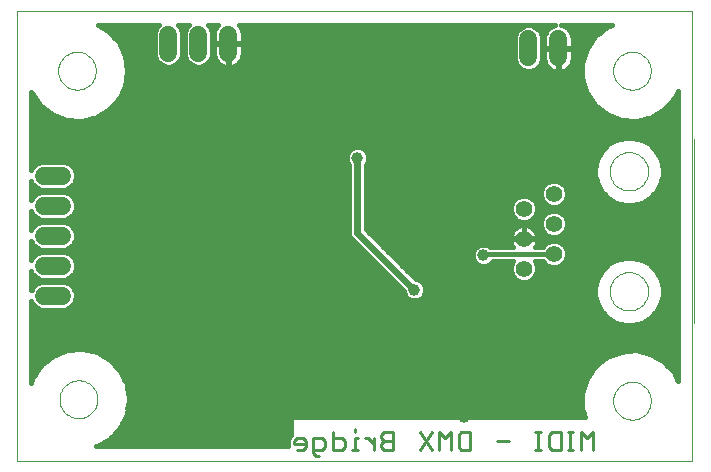
<source format=gbl>
From 4eb0e063bcd34c21b737023aa6ed5baed80658d1 Mon Sep 17 00:00:00 2001
From: jaseg <git@jaseg.de>
Date: Sun, 13 Jun 2021 15:00:17 +0200
Subject: Repo re-org, make gerberex tests run

---
 gerbonara/gerber/tests/resources/bottom_copper.GBL | 1811 ++++++++++++++++++++
 1 file changed, 1811 insertions(+)
 create mode 100644 gerbonara/gerber/tests/resources/bottom_copper.GBL

(limited to 'gerbonara/gerber/tests/resources/bottom_copper.GBL')

diff --git a/gerbonara/gerber/tests/resources/bottom_copper.GBL b/gerbonara/gerber/tests/resources/bottom_copper.GBL
new file mode 100644
index 0000000..0d98da3
--- /dev/null
+++ b/gerbonara/gerber/tests/resources/bottom_copper.GBL
@@ -0,0 +1,1811 @@
+G75*
+%MOIN*%
+%OFA0B0*%
+%FSLAX24Y24*%
+%IPPOS*%
+%LPD*%
+%AMOC8*
+5,1,8,0,0,1.08239X$1,22.5*
+%
+%ADD10C,0.0000*%
+%ADD11C,0.0110*%
+%ADD12C,0.0004*%
+%ADD13C,0.0554*%
+%ADD14C,0.0600*%
+%ADD15C,0.0160*%
+%ADD16C,0.0396*%
+%ADD17C,0.0240*%
+D10*
+X000300Y003064D02*
+X000300Y018064D01*
+X022800Y018064D01*
+X022800Y003064D01*
+X000300Y003064D01*
+X001720Y005114D02*
+X001722Y005164D01*
+X001728Y005214D01*
+X001738Y005263D01*
+X001752Y005311D01*
+X001769Y005358D01*
+X001790Y005403D01*
+X001815Y005447D01*
+X001843Y005488D01*
+X001875Y005527D01*
+X001909Y005564D01*
+X001946Y005598D01*
+X001986Y005628D01*
+X002028Y005655D01*
+X002072Y005679D01*
+X002118Y005700D01*
+X002165Y005716D01*
+X002213Y005729D01*
+X002263Y005738D01*
+X002312Y005743D01*
+X002363Y005744D01*
+X002413Y005741D01*
+X002462Y005734D01*
+X002511Y005723D01*
+X002559Y005708D01*
+X002605Y005690D01*
+X002650Y005668D01*
+X002693Y005642D01*
+X002734Y005613D01*
+X002773Y005581D01*
+X002809Y005546D01*
+X002841Y005508D01*
+X002871Y005468D01*
+X002898Y005425D01*
+X002921Y005381D01*
+X002940Y005335D01*
+X002956Y005287D01*
+X002968Y005238D01*
+X002976Y005189D01*
+X002980Y005139D01*
+X002980Y005089D01*
+X002976Y005039D01*
+X002968Y004990D01*
+X002956Y004941D01*
+X002940Y004893D01*
+X002921Y004847D01*
+X002898Y004803D01*
+X002871Y004760D01*
+X002841Y004720D01*
+X002809Y004682D01*
+X002773Y004647D01*
+X002734Y004615D01*
+X002693Y004586D01*
+X002650Y004560D01*
+X002605Y004538D01*
+X002559Y004520D01*
+X002511Y004505D01*
+X002462Y004494D01*
+X002413Y004487D01*
+X002363Y004484D01*
+X002312Y004485D01*
+X002263Y004490D01*
+X002213Y004499D01*
+X002165Y004512D01*
+X002118Y004528D01*
+X002072Y004549D01*
+X002028Y004573D01*
+X001986Y004600D01*
+X001946Y004630D01*
+X001909Y004664D01*
+X001875Y004701D01*
+X001843Y004740D01*
+X001815Y004781D01*
+X001790Y004825D01*
+X001769Y004870D01*
+X001752Y004917D01*
+X001738Y004965D01*
+X001728Y005014D01*
+X001722Y005064D01*
+X001720Y005114D01*
+X001670Y016064D02*
+X001672Y016114D01*
+X001678Y016164D01*
+X001688Y016213D01*
+X001702Y016261D01*
+X001719Y016308D01*
+X001740Y016353D01*
+X001765Y016397D01*
+X001793Y016438D01*
+X001825Y016477D01*
+X001859Y016514D01*
+X001896Y016548D01*
+X001936Y016578D01*
+X001978Y016605D01*
+X002022Y016629D01*
+X002068Y016650D01*
+X002115Y016666D01*
+X002163Y016679D01*
+X002213Y016688D01*
+X002262Y016693D01*
+X002313Y016694D01*
+X002363Y016691D01*
+X002412Y016684D01*
+X002461Y016673D01*
+X002509Y016658D01*
+X002555Y016640D01*
+X002600Y016618D01*
+X002643Y016592D01*
+X002684Y016563D01*
+X002723Y016531D01*
+X002759Y016496D01*
+X002791Y016458D01*
+X002821Y016418D01*
+X002848Y016375D01*
+X002871Y016331D01*
+X002890Y016285D01*
+X002906Y016237D01*
+X002918Y016188D01*
+X002926Y016139D01*
+X002930Y016089D01*
+X002930Y016039D01*
+X002926Y015989D01*
+X002918Y015940D01*
+X002906Y015891D01*
+X002890Y015843D01*
+X002871Y015797D01*
+X002848Y015753D01*
+X002821Y015710D01*
+X002791Y015670D01*
+X002759Y015632D01*
+X002723Y015597D01*
+X002684Y015565D01*
+X002643Y015536D01*
+X002600Y015510D01*
+X002555Y015488D01*
+X002509Y015470D01*
+X002461Y015455D01*
+X002412Y015444D01*
+X002363Y015437D01*
+X002313Y015434D01*
+X002262Y015435D01*
+X002213Y015440D01*
+X002163Y015449D01*
+X002115Y015462D01*
+X002068Y015478D01*
+X002022Y015499D01*
+X001978Y015523D01*
+X001936Y015550D01*
+X001896Y015580D01*
+X001859Y015614D01*
+X001825Y015651D01*
+X001793Y015690D01*
+X001765Y015731D01*
+X001740Y015775D01*
+X001719Y015820D01*
+X001702Y015867D01*
+X001688Y015915D01*
+X001678Y015964D01*
+X001672Y016014D01*
+X001670Y016064D01*
+X020060Y012714D02*
+X020062Y012764D01*
+X020068Y012814D01*
+X020078Y012863D01*
+X020091Y012912D01*
+X020109Y012959D01*
+X020130Y013005D01*
+X020154Y013048D01*
+X020182Y013090D01*
+X020213Y013130D01*
+X020247Y013167D01*
+X020284Y013201D01*
+X020324Y013232D01*
+X020366Y013260D01*
+X020409Y013284D01*
+X020455Y013305D01*
+X020502Y013323D01*
+X020551Y013336D01*
+X020600Y013346D01*
+X020650Y013352D01*
+X020700Y013354D01*
+X020750Y013352D01*
+X020800Y013346D01*
+X020849Y013336D01*
+X020898Y013323D01*
+X020945Y013305D01*
+X020991Y013284D01*
+X021034Y013260D01*
+X021076Y013232D01*
+X021116Y013201D01*
+X021153Y013167D01*
+X021187Y013130D01*
+X021218Y013090D01*
+X021246Y013048D01*
+X021270Y013005D01*
+X021291Y012959D01*
+X021309Y012912D01*
+X021322Y012863D01*
+X021332Y012814D01*
+X021338Y012764D01*
+X021340Y012714D01*
+X021338Y012664D01*
+X021332Y012614D01*
+X021322Y012565D01*
+X021309Y012516D01*
+X021291Y012469D01*
+X021270Y012423D01*
+X021246Y012380D01*
+X021218Y012338D01*
+X021187Y012298D01*
+X021153Y012261D01*
+X021116Y012227D01*
+X021076Y012196D01*
+X021034Y012168D01*
+X020991Y012144D01*
+X020945Y012123D01*
+X020898Y012105D01*
+X020849Y012092D01*
+X020800Y012082D01*
+X020750Y012076D01*
+X020700Y012074D01*
+X020650Y012076D01*
+X020600Y012082D01*
+X020551Y012092D01*
+X020502Y012105D01*
+X020455Y012123D01*
+X020409Y012144D01*
+X020366Y012168D01*
+X020324Y012196D01*
+X020284Y012227D01*
+X020247Y012261D01*
+X020213Y012298D01*
+X020182Y012338D01*
+X020154Y012380D01*
+X020130Y012423D01*
+X020109Y012469D01*
+X020091Y012516D01*
+X020078Y012565D01*
+X020068Y012614D01*
+X020062Y012664D01*
+X020060Y012714D01*
+X020170Y016064D02*
+X020172Y016114D01*
+X020178Y016164D01*
+X020188Y016213D01*
+X020202Y016261D01*
+X020219Y016308D01*
+X020240Y016353D01*
+X020265Y016397D01*
+X020293Y016438D01*
+X020325Y016477D01*
+X020359Y016514D01*
+X020396Y016548D01*
+X020436Y016578D01*
+X020478Y016605D01*
+X020522Y016629D01*
+X020568Y016650D01*
+X020615Y016666D01*
+X020663Y016679D01*
+X020713Y016688D01*
+X020762Y016693D01*
+X020813Y016694D01*
+X020863Y016691D01*
+X020912Y016684D01*
+X020961Y016673D01*
+X021009Y016658D01*
+X021055Y016640D01*
+X021100Y016618D01*
+X021143Y016592D01*
+X021184Y016563D01*
+X021223Y016531D01*
+X021259Y016496D01*
+X021291Y016458D01*
+X021321Y016418D01*
+X021348Y016375D01*
+X021371Y016331D01*
+X021390Y016285D01*
+X021406Y016237D01*
+X021418Y016188D01*
+X021426Y016139D01*
+X021430Y016089D01*
+X021430Y016039D01*
+X021426Y015989D01*
+X021418Y015940D01*
+X021406Y015891D01*
+X021390Y015843D01*
+X021371Y015797D01*
+X021348Y015753D01*
+X021321Y015710D01*
+X021291Y015670D01*
+X021259Y015632D01*
+X021223Y015597D01*
+X021184Y015565D01*
+X021143Y015536D01*
+X021100Y015510D01*
+X021055Y015488D01*
+X021009Y015470D01*
+X020961Y015455D01*
+X020912Y015444D01*
+X020863Y015437D01*
+X020813Y015434D01*
+X020762Y015435D01*
+X020713Y015440D01*
+X020663Y015449D01*
+X020615Y015462D01*
+X020568Y015478D01*
+X020522Y015499D01*
+X020478Y015523D01*
+X020436Y015550D01*
+X020396Y015580D01*
+X020359Y015614D01*
+X020325Y015651D01*
+X020293Y015690D01*
+X020265Y015731D01*
+X020240Y015775D01*
+X020219Y015820D01*
+X020202Y015867D01*
+X020188Y015915D01*
+X020178Y015964D01*
+X020172Y016014D01*
+X020170Y016064D01*
+X020060Y008714D02*
+X020062Y008764D01*
+X020068Y008814D01*
+X020078Y008863D01*
+X020091Y008912D01*
+X020109Y008959D01*
+X020130Y009005D01*
+X020154Y009048D01*
+X020182Y009090D01*
+X020213Y009130D01*
+X020247Y009167D01*
+X020284Y009201D01*
+X020324Y009232D01*
+X020366Y009260D01*
+X020409Y009284D01*
+X020455Y009305D01*
+X020502Y009323D01*
+X020551Y009336D01*
+X020600Y009346D01*
+X020650Y009352D01*
+X020700Y009354D01*
+X020750Y009352D01*
+X020800Y009346D01*
+X020849Y009336D01*
+X020898Y009323D01*
+X020945Y009305D01*
+X020991Y009284D01*
+X021034Y009260D01*
+X021076Y009232D01*
+X021116Y009201D01*
+X021153Y009167D01*
+X021187Y009130D01*
+X021218Y009090D01*
+X021246Y009048D01*
+X021270Y009005D01*
+X021291Y008959D01*
+X021309Y008912D01*
+X021322Y008863D01*
+X021332Y008814D01*
+X021338Y008764D01*
+X021340Y008714D01*
+X021338Y008664D01*
+X021332Y008614D01*
+X021322Y008565D01*
+X021309Y008516D01*
+X021291Y008469D01*
+X021270Y008423D01*
+X021246Y008380D01*
+X021218Y008338D01*
+X021187Y008298D01*
+X021153Y008261D01*
+X021116Y008227D01*
+X021076Y008196D01*
+X021034Y008168D01*
+X020991Y008144D01*
+X020945Y008123D01*
+X020898Y008105D01*
+X020849Y008092D01*
+X020800Y008082D01*
+X020750Y008076D01*
+X020700Y008074D01*
+X020650Y008076D01*
+X020600Y008082D01*
+X020551Y008092D01*
+X020502Y008105D01*
+X020455Y008123D01*
+X020409Y008144D01*
+X020366Y008168D01*
+X020324Y008196D01*
+X020284Y008227D01*
+X020247Y008261D01*
+X020213Y008298D01*
+X020182Y008338D01*
+X020154Y008380D01*
+X020130Y008423D01*
+X020109Y008469D01*
+X020091Y008516D01*
+X020078Y008565D01*
+X020068Y008614D01*
+X020062Y008664D01*
+X020060Y008714D01*
+X020170Y005064D02*
+X020172Y005114D01*
+X020178Y005164D01*
+X020188Y005213D01*
+X020202Y005261D01*
+X020219Y005308D01*
+X020240Y005353D01*
+X020265Y005397D01*
+X020293Y005438D01*
+X020325Y005477D01*
+X020359Y005514D01*
+X020396Y005548D01*
+X020436Y005578D01*
+X020478Y005605D01*
+X020522Y005629D01*
+X020568Y005650D01*
+X020615Y005666D01*
+X020663Y005679D01*
+X020713Y005688D01*
+X020762Y005693D01*
+X020813Y005694D01*
+X020863Y005691D01*
+X020912Y005684D01*
+X020961Y005673D01*
+X021009Y005658D01*
+X021055Y005640D01*
+X021100Y005618D01*
+X021143Y005592D01*
+X021184Y005563D01*
+X021223Y005531D01*
+X021259Y005496D01*
+X021291Y005458D01*
+X021321Y005418D01*
+X021348Y005375D01*
+X021371Y005331D01*
+X021390Y005285D01*
+X021406Y005237D01*
+X021418Y005188D01*
+X021426Y005139D01*
+X021430Y005089D01*
+X021430Y005039D01*
+X021426Y004989D01*
+X021418Y004940D01*
+X021406Y004891D01*
+X021390Y004843D01*
+X021371Y004797D01*
+X021348Y004753D01*
+X021321Y004710D01*
+X021291Y004670D01*
+X021259Y004632D01*
+X021223Y004597D01*
+X021184Y004565D01*
+X021143Y004536D01*
+X021100Y004510D01*
+X021055Y004488D01*
+X021009Y004470D01*
+X020961Y004455D01*
+X020912Y004444D01*
+X020863Y004437D01*
+X020813Y004434D01*
+X020762Y004435D01*
+X020713Y004440D01*
+X020663Y004449D01*
+X020615Y004462D01*
+X020568Y004478D01*
+X020522Y004499D01*
+X020478Y004523D01*
+X020436Y004550D01*
+X020396Y004580D01*
+X020359Y004614D01*
+X020325Y004651D01*
+X020293Y004690D01*
+X020265Y004731D01*
+X020240Y004775D01*
+X020219Y004820D01*
+X020202Y004867D01*
+X020188Y004915D01*
+X020178Y004964D01*
+X020172Y005014D01*
+X020170Y005064D01*
+D11*
+X019495Y004010D02*
+X019298Y003813D01*
+X019101Y004010D01*
+X019101Y003419D01*
+X018850Y003419D02*
+X018654Y003419D01*
+X018752Y003419D02*
+X018752Y004010D01*
+X018850Y004010D02*
+X018654Y004010D01*
+X018421Y004010D02*
+X018125Y004010D01*
+X018027Y003911D01*
+X018027Y003518D01*
+X018125Y003419D01*
+X018421Y003419D01*
+X018421Y004010D01*
+X017776Y004010D02*
+X017579Y004010D01*
+X017678Y004010D02*
+X017678Y003419D01*
+X017776Y003419D02*
+X017579Y003419D01*
+X016702Y003715D02*
+X016308Y003715D01*
+X015413Y004010D02*
+X015413Y003419D01*
+X015118Y003419D01*
+X015019Y003518D01*
+X015019Y003911D01*
+X015118Y004010D01*
+X015413Y004010D01*
+X014768Y004010D02*
+X014768Y003419D01*
+X014375Y003419D02*
+X014375Y004010D01*
+X014571Y003813D01*
+X014768Y004010D01*
+X014124Y004010D02*
+X013730Y003419D01*
+X014124Y003419D02*
+X013730Y004010D01*
+X012835Y004010D02*
+X012835Y003419D01*
+X012539Y003419D01*
+X012441Y003518D01*
+X012441Y003616D01*
+X012539Y003715D01*
+X012835Y003715D01*
+X012835Y004010D02*
+X012539Y004010D01*
+X012441Y003911D01*
+X012441Y003813D01*
+X012539Y003715D01*
+X012190Y003813D02*
+X012190Y003419D01*
+X012190Y003616D02*
+X011993Y003813D01*
+X011895Y003813D01*
+X011653Y003813D02*
+X011555Y003813D01*
+X011555Y003419D01*
+X011653Y003419D02*
+X011456Y003419D01*
+X011223Y003518D02*
+X011223Y003715D01*
+X011125Y003813D01*
+X010830Y003813D01*
+X010830Y004010D02*
+X010830Y003419D01*
+X011125Y003419D01*
+X011223Y003518D01*
+X011555Y004010D02*
+X011555Y004108D01*
+X010579Y003715D02*
+X010579Y003518D01*
+X010480Y003419D01*
+X010185Y003419D01*
+X010185Y003321D02*
+X010185Y003813D01*
+X010480Y003813D01*
+X010579Y003715D01*
+X010185Y003321D02*
+X010283Y003222D01*
+X010382Y003222D01*
+X009934Y003518D02*
+X009934Y003715D01*
+X009836Y003813D01*
+X009639Y003813D01*
+X009541Y003715D01*
+X009541Y003616D01*
+X009934Y003616D01*
+X009934Y003518D02*
+X009836Y003419D01*
+X009639Y003419D01*
+X019495Y003419D02*
+X019495Y004010D01*
+D12*
+X022869Y007639D02*
+X022869Y013789D01*
+D13*
+X018200Y011964D03*
+X017200Y011464D03*
+X017200Y010464D03*
+X018200Y009964D03*
+X018200Y010964D03*
+X017200Y009464D03*
+D14*
+X017350Y016514D02*
+X017350Y017114D01*
+X018350Y017114D02*
+X018350Y016514D01*
+X007350Y016664D02*
+X007350Y017264D01*
+X006350Y017264D02*
+X006350Y016664D01*
+X005350Y016664D02*
+X005350Y017264D01*
+X001800Y012564D02*
+X001200Y012564D01*
+X001200Y011564D02*
+X001800Y011564D01*
+X001800Y010564D02*
+X001200Y010564D01*
+X001200Y009564D02*
+X001800Y009564D01*
+X001800Y008564D02*
+X001200Y008564D01*
+D15*
+X001031Y008136D02*
+X000780Y008136D01*
+X000780Y007978D02*
+X019853Y007978D01*
+X019804Y008027D02*
+X020012Y007818D01*
+X020268Y007671D01*
+X020553Y007594D01*
+X020847Y007594D01*
+X021132Y007671D01*
+X021388Y007818D01*
+X021596Y008027D01*
+X021744Y008282D01*
+X021820Y008567D01*
+X021820Y008862D01*
+X021744Y009147D01*
+X021596Y009402D01*
+X021388Y009611D01*
+X021132Y009758D01*
+X020847Y009834D01*
+X020553Y009834D01*
+X020268Y009758D01*
+X020012Y009611D01*
+X019804Y009402D01*
+X019656Y009147D01*
+X019580Y008862D01*
+X019580Y008567D01*
+X019656Y008282D01*
+X019804Y008027D01*
+X019740Y008136D02*
+X001969Y008136D01*
+X001891Y008104D02*
+X002061Y008174D01*
+X002190Y008304D01*
+X002260Y008473D01*
+X002260Y008656D01*
+X002190Y008825D01*
+X002061Y008954D01*
+X001891Y009024D01*
+X001108Y009024D01*
+X000939Y008954D01*
+X000810Y008825D01*
+X000780Y008752D01*
+X000780Y009376D01*
+X000810Y009304D01*
+X000939Y009174D01*
+X001108Y009104D01*
+X001891Y009104D01*
+X002061Y009174D01*
+X002190Y009304D01*
+X002260Y009473D01*
+X002260Y009656D01*
+X002190Y009825D01*
+X002061Y009954D01*
+X001891Y010024D01*
+X001108Y010024D01*
+X000939Y009954D01*
+X000810Y009825D01*
+X000780Y009752D01*
+X000780Y010376D01*
+X000810Y010304D01*
+X000939Y010174D01*
+X001108Y010104D01*
+X001891Y010104D01*
+X002061Y010174D01*
+X002190Y010304D01*
+X002260Y010473D01*
+X002260Y010656D01*
+X002190Y010825D01*
+X002061Y010954D01*
+X001891Y011024D01*
+X001108Y011024D01*
+X000939Y010954D01*
+X000810Y010825D01*
+X000780Y010752D01*
+X000780Y011376D01*
+X000810Y011304D01*
+X000939Y011174D01*
+X001108Y011104D01*
+X001891Y011104D01*
+X002061Y011174D01*
+X002190Y011304D01*
+X002260Y011473D01*
+X002260Y011656D01*
+X002190Y011825D01*
+X002061Y011954D01*
+X001891Y012024D01*
+X001108Y012024D01*
+X000939Y011954D01*
+X000810Y011825D01*
+X000780Y011752D01*
+X000780Y012376D01*
+X000810Y012304D01*
+X000939Y012174D01*
+X001108Y012104D01*
+X001891Y012104D01*
+X002061Y012174D01*
+X002190Y012304D01*
+X002260Y012473D01*
+X002260Y012656D01*
+X002190Y012825D01*
+X002061Y012954D01*
+X001891Y013024D01*
+X001108Y013024D01*
+X000939Y012954D01*
+X000810Y012825D01*
+X000780Y012752D01*
+X000780Y015356D01*
+X000786Y015335D01*
+X001068Y014922D01*
+X001068Y014922D01*
+X001068Y014922D01*
+X001460Y014609D01*
+X001926Y014426D01*
+X002426Y014389D01*
+X002914Y014500D01*
+X003347Y014751D01*
+X003347Y014751D01*
+X003688Y015118D01*
+X003905Y015569D01*
+X003980Y016064D01*
+X003905Y016560D01*
+X003688Y017011D01*
+X003347Y017378D01*
+X002990Y017584D01*
+X005019Y017584D01*
+X004960Y017525D01*
+X004890Y017356D01*
+X004890Y016573D01*
+X004960Y016404D01*
+X005089Y016274D01*
+X005258Y016204D01*
+X005441Y016204D01*
+X005611Y016274D01*
+X005740Y016404D01*
+X005810Y016573D01*
+X005810Y017356D01*
+X005740Y017525D01*
+X005681Y017584D01*
+X006019Y017584D01*
+X005960Y017525D01*
+X005890Y017356D01*
+X005890Y016573D01*
+X005960Y016404D01*
+X006089Y016274D01*
+X006258Y016204D01*
+X006441Y016204D01*
+X006611Y016274D01*
+X006740Y016404D01*
+X006810Y016573D01*
+X006810Y017356D01*
+X006740Y017525D01*
+X006681Y017584D01*
+X006991Y017584D01*
+X006984Y017577D01*
+X006939Y017516D01*
+X006905Y017449D01*
+X006882Y017377D01*
+X006870Y017302D01*
+X006870Y016984D01*
+X007330Y016984D01*
+X007330Y016944D01*
+X007370Y016944D01*
+X007370Y016184D01*
+X007388Y016184D01*
+X007462Y016196D01*
+X007534Y016219D01*
+X007602Y016254D01*
+X007663Y016298D01*
+X007716Y016352D01*
+X007761Y016413D01*
+X007795Y016480D01*
+X007818Y016552D01*
+X007830Y016627D01*
+X007830Y016944D01*
+X007370Y016944D01*
+X007370Y016984D01*
+X007830Y016984D01*
+X007830Y017302D01*
+X007818Y017377D01*
+X007795Y017449D01*
+X007761Y017516D01*
+X007716Y017577D01*
+X007709Y017584D01*
+X018249Y017584D01*
+X018238Y017583D01*
+X018166Y017559D01*
+X018098Y017525D01*
+X018037Y017480D01*
+X017984Y017427D01*
+X017939Y017366D01*
+X017905Y017299D01*
+X017882Y017227D01*
+X017870Y017152D01*
+X017870Y016834D01*
+X018330Y016834D01*
+X018330Y016794D01*
+X018370Y016794D01*
+X018370Y016034D01*
+X018388Y016034D01*
+X018462Y016046D01*
+X018534Y016069D01*
+X018602Y016104D01*
+X018663Y016148D01*
+X018716Y016202D01*
+X018761Y016263D01*
+X018795Y016330D01*
+X018818Y016402D01*
+X018830Y016477D01*
+X018830Y016794D01*
+X018370Y016794D01*
+X018370Y016834D01*
+X018830Y016834D01*
+X018830Y017152D01*
+X018818Y017227D01*
+X018795Y017299D01*
+X018761Y017366D01*
+X018716Y017427D01*
+X018663Y017480D01*
+X018602Y017525D01*
+X018534Y017559D01*
+X018462Y017583D01*
+X018451Y017584D01*
+X020126Y017584D01*
+X019960Y017519D01*
+X019568Y017207D01*
+X019286Y016793D01*
+X019139Y016315D01*
+X019139Y015814D01*
+X019286Y015335D01*
+X019568Y014922D01*
+X019568Y014922D01*
+X019568Y014922D01*
+X019960Y014609D01*
+X020426Y014426D01*
+X020926Y014389D01*
+X021414Y014500D01*
+X021847Y014751D01*
+X021847Y014751D01*
+X022188Y015118D01*
+X022320Y015392D01*
+X022320Y005737D01*
+X022188Y006011D01*
+X021847Y006378D01*
+X021414Y006628D01*
+X021414Y006628D01*
+X020926Y006740D01*
+X020926Y006740D01*
+X020426Y006702D01*
+X019960Y006519D01*
+X019568Y006207D01*
+X019286Y005793D01*
+X019139Y005315D01*
+X019139Y004814D01*
+X019231Y004514D01*
+X009450Y004514D01*
+X009450Y003928D01*
+X009326Y003804D01*
+X009326Y003544D01*
+X002937Y003544D01*
+X002964Y003550D01*
+X003397Y003801D01*
+X003397Y003801D01*
+X003738Y004168D01*
+X003955Y004619D01*
+X004030Y005114D01*
+X003955Y005610D01*
+X003738Y006061D01*
+X003397Y006428D01*
+X002964Y006678D01*
+X002964Y006678D01*
+X002476Y006790D01*
+X002476Y006790D01*
+X001976Y006752D01*
+X001510Y006569D01*
+X001118Y006257D01*
+X000836Y005843D01*
+X000780Y005660D01*
+X000780Y008376D01*
+X000810Y008304D01*
+X000939Y008174D01*
+X001108Y008104D01*
+X001891Y008104D01*
+X002181Y008295D02*
+X019653Y008295D01*
+X019610Y008453D02*
+X013735Y008453D01*
+X013753Y008461D02*
+X013854Y008561D01*
+X013908Y008693D01*
+X013908Y008836D01*
+X013854Y008967D01*
+X013753Y009068D01*
+X013621Y009122D01*
+X013588Y009122D01*
+X011930Y010780D01*
+X011930Y012938D01*
+X011954Y012961D01*
+X012008Y013093D01*
+X012008Y013236D01*
+X011954Y013367D01*
+X019783Y013367D01*
+X019804Y013402D02*
+X019656Y013147D01*
+X019580Y012862D01*
+X019580Y012567D01*
+X019656Y012282D01*
+X019804Y012027D01*
+X020012Y011818D01*
+X020268Y011671D01*
+X020553Y011594D01*
+X020847Y011594D01*
+X021132Y011671D01*
+X021388Y011818D01*
+X021596Y012027D01*
+X021744Y012282D01*
+X021820Y012567D01*
+X021820Y012862D01*
+X021744Y013147D01*
+X021596Y013402D01*
+X021388Y013611D01*
+X021132Y013758D01*
+X020847Y013834D01*
+X020553Y013834D01*
+X020268Y013758D01*
+X020012Y013611D01*
+X019804Y013402D01*
+X019927Y013525D02*
+X000780Y013525D01*
+X000780Y013367D02*
+X011346Y013367D01*
+X011292Y013236D01*
+X011292Y013093D01*
+X011346Y012961D01*
+X011370Y012938D01*
+X011370Y010609D01*
+X011413Y010506D01*
+X013192Y008726D01*
+X013192Y008693D01*
+X013246Y008561D01*
+X013347Y008461D01*
+X013479Y008406D01*
+X013621Y008406D01*
+X013753Y008461D01*
+X013874Y008612D02*
+X019580Y008612D01*
+X019580Y008770D02*
+X013908Y008770D01*
+X013869Y008929D02*
+X019598Y008929D01*
+X019640Y009087D02*
+X017432Y009087D01*
+X017448Y009094D02*
+X017571Y009217D01*
+X017637Y009377D01*
+X017637Y009551D01*
+X017571Y009712D01*
+X017558Y009724D01*
+X017826Y009724D01*
+X017829Y009717D01*
+X017952Y009594D01*
+X018113Y009527D01*
+X018287Y009527D01*
+X018448Y009594D01*
+X018571Y009717D01*
+X018637Y009877D01*
+X018637Y010051D01*
+X018571Y010212D01*
+X018448Y010335D01*
+X018287Y010401D01*
+X018113Y010401D01*
+X017952Y010335D01*
+X017829Y010212D01*
+X017826Y010204D01*
+X017576Y010204D01*
+X017591Y010225D01*
+X017624Y010289D01*
+X017646Y010357D01*
+X017657Y010428D01*
+X017657Y010456D01*
+X017209Y010456D01*
+X017209Y010473D01*
+X017657Y010473D01*
+X017657Y010500D01*
+X017646Y010571D01*
+X017624Y010640D01*
+X017591Y010704D01*
+X017549Y010762D01*
+X017498Y010813D01*
+X017440Y010855D01*
+X017375Y010888D01*
+X017307Y010910D01*
+X017236Y010921D01*
+X017209Y010921D01*
+X017209Y010473D01*
+X017191Y010473D01*
+X017191Y010456D01*
+X016743Y010456D01*
+X016743Y010428D01*
+X016754Y010357D01*
+X016776Y010289D01*
+X016809Y010225D01*
+X016824Y010204D01*
+X016066Y010204D01*
+X016053Y010218D01*
+X015921Y010272D01*
+X015779Y010272D01*
+X015647Y010218D01*
+X015546Y010117D01*
+X015492Y009986D01*
+X015492Y009843D01*
+X015546Y009711D01*
+X015647Y009611D01*
+X015779Y009556D01*
+X015921Y009556D01*
+X016053Y009611D01*
+X016154Y009711D01*
+X016159Y009724D01*
+X016842Y009724D01*
+X016829Y009712D01*
+X016763Y009551D01*
+X016763Y009377D01*
+X016829Y009217D01*
+X016952Y009094D01*
+X017113Y009027D01*
+X017287Y009027D01*
+X017448Y009094D01*
+X017583Y009246D02*
+X019714Y009246D01*
+X019806Y009404D02*
+X017637Y009404D01*
+X017632Y009563D02*
+X018027Y009563D01*
+X017827Y009721D02*
+X017561Y009721D01*
+X017645Y010355D02*
+X018002Y010355D01*
+X018113Y010527D02*
+X018287Y010527D01*
+X018448Y010594D01*
+X018571Y010717D01*
+X018637Y010877D01*
+X018637Y011051D01*
+X018571Y011212D01*
+X018448Y011335D01*
+X018287Y011401D01*
+X018113Y011401D01*
+X017952Y011335D01*
+X017829Y011212D01*
+X017763Y011051D01*
+X017763Y010877D01*
+X017829Y010717D01*
+X017952Y010594D01*
+X018113Y010527D01*
+X017874Y010672D02*
+X017607Y010672D01*
+X017655Y010514D02*
+X022320Y010514D01*
+X022320Y010672D02*
+X018526Y010672D01*
+X018618Y010831D02*
+X022320Y010831D01*
+X022320Y010989D02*
+X018637Y010989D01*
+X018597Y011148D02*
+X022320Y011148D01*
+X022320Y011306D02*
+X018476Y011306D01*
+X018448Y011594D02*
+X018287Y011527D01*
+X018113Y011527D01*
+X017952Y011594D01*
+X017829Y011717D01*
+X017763Y011877D01*
+X017763Y012051D01*
+X017829Y012212D01*
+X017952Y012335D01*
+X018113Y012401D01*
+X018287Y012401D01*
+X018448Y012335D01*
+X018571Y012212D01*
+X018637Y012051D01*
+X018637Y011877D01*
+X018571Y011717D01*
+X018448Y011594D01*
+X018477Y011623D02*
+X020444Y011623D01*
+X020075Y011782D02*
+X018598Y011782D01*
+X018637Y011940D02*
+X019890Y011940D01*
+X019762Y012099D02*
+X018617Y012099D01*
+X018525Y012257D02*
+X019671Y012257D01*
+X019620Y012416D02*
+X011930Y012416D01*
+X011930Y012574D02*
+X019580Y012574D01*
+X019580Y012733D02*
+X011930Y012733D01*
+X011930Y012891D02*
+X019588Y012891D01*
+X019630Y013050D02*
+X011990Y013050D01*
+X012008Y013208D02*
+X019692Y013208D01*
+X020139Y013684D02*
+X000780Y013684D01*
+X000780Y013842D02*
+X022320Y013842D01*
+X022320Y013684D02*
+X021261Y013684D01*
+X021473Y013525D02*
+X022320Y013525D01*
+X022320Y013367D02*
+X021617Y013367D01*
+X021708Y013208D02*
+X022320Y013208D01*
+X022320Y013050D02*
+X021770Y013050D01*
+X021812Y012891D02*
+X022320Y012891D01*
+X022320Y012733D02*
+X021820Y012733D01*
+X021820Y012574D02*
+X022320Y012574D01*
+X022320Y012416D02*
+X021780Y012416D01*
+X021729Y012257D02*
+X022320Y012257D01*
+X022320Y012099D02*
+X021638Y012099D01*
+X021510Y011940D02*
+X022320Y011940D01*
+X022320Y011782D02*
+X021325Y011782D01*
+X020956Y011623D02*
+X022320Y011623D01*
+X022320Y011465D02*
+X017637Y011465D01*
+X017637Y011551D02*
+X017637Y011377D01*
+X017571Y011217D01*
+X017448Y011094D01*
+X017287Y011027D01*
+X017113Y011027D01*
+X016952Y011094D01*
+X016829Y011217D01*
+X016763Y011377D01*
+X016763Y011551D01*
+X016829Y011712D01*
+X016952Y011835D01*
+X017113Y011901D01*
+X017287Y011901D01*
+X017448Y011835D01*
+X017571Y011712D01*
+X017637Y011551D01*
+X017607Y011623D02*
+X017923Y011623D01*
+X017802Y011782D02*
+X017501Y011782D01*
+X017763Y011940D02*
+X011930Y011940D01*
+X011930Y011782D02*
+X016899Y011782D01*
+X016793Y011623D02*
+X011930Y011623D01*
+X011930Y011465D02*
+X016763Y011465D01*
+X016792Y011306D02*
+X011930Y011306D01*
+X011930Y011148D02*
+X016898Y011148D01*
+X017025Y010888D02*
+X016960Y010855D01*
+X016902Y010813D01*
+X016851Y010762D01*
+X016809Y010704D01*
+X016776Y010640D01*
+X016754Y010571D01*
+X016743Y010500D01*
+X016743Y010473D01*
+X017191Y010473D01*
+X017191Y010921D01*
+X017164Y010921D01*
+X017093Y010910D01*
+X017025Y010888D01*
+X016927Y010831D02*
+X011930Y010831D01*
+X011930Y010989D02*
+X017763Y010989D01*
+X017782Y010831D02*
+X017473Y010831D01*
+X017502Y011148D02*
+X017803Y011148D01*
+X017924Y011306D02*
+X017608Y011306D01*
+X017209Y010831D02*
+X017191Y010831D01*
+X017191Y010672D02*
+X017209Y010672D01*
+X017209Y010514D02*
+X017191Y010514D01*
+X016793Y010672D02*
+X012038Y010672D01*
+X012196Y010514D02*
+X016745Y010514D01*
+X016755Y010355D02*
+X012355Y010355D01*
+X012513Y010197D02*
+X015626Y010197D01*
+X015514Y010038D02*
+X012672Y010038D01*
+X012830Y009880D02*
+X015492Y009880D01*
+X015542Y009721D02*
+X012989Y009721D01*
+X013147Y009563D02*
+X015763Y009563D01*
+X015937Y009563D02*
+X016768Y009563D01*
+X016763Y009404D02*
+X013306Y009404D01*
+X013464Y009246D02*
+X016817Y009246D01*
+X016968Y009087D02*
+X013706Y009087D01*
+X013148Y008770D02*
+X002213Y008770D01*
+X002260Y008612D02*
+X013226Y008612D01*
+X013365Y008453D02*
+X002252Y008453D01*
+X002086Y008929D02*
+X012990Y008929D01*
+X012831Y009087D02*
+X000780Y009087D01*
+X000780Y008929D02*
+X000914Y008929D01*
+X000787Y008770D02*
+X000780Y008770D01*
+X000780Y008295D02*
+X000819Y008295D01*
+X000780Y007819D02*
+X020011Y007819D01*
+X020304Y007661D02*
+X000780Y007661D01*
+X000780Y007502D02*
+X022320Y007502D01*
+X022320Y007344D02*
+X000780Y007344D01*
+X000780Y007185D02*
+X022320Y007185D01*
+X022320Y007027D02*
+X000780Y007027D01*
+X000780Y006868D02*
+X022320Y006868D01*
+X022320Y006710D02*
+X021056Y006710D01*
+X021547Y006551D02*
+X022320Y006551D01*
+X022320Y006393D02*
+X021821Y006393D01*
+X021847Y006378D02*
+X021847Y006378D01*
+X021981Y006234D02*
+X022320Y006234D01*
+X022320Y006076D02*
+X022128Y006076D01*
+X022188Y006011D02*
+X022188Y006011D01*
+X022233Y005917D02*
+X022320Y005917D01*
+X022309Y005759D02*
+X022320Y005759D01*
+X020528Y006710D02*
+X002825Y006710D01*
+X003184Y006551D02*
+X020042Y006551D01*
+X019960Y006519D02*
+X019960Y006519D01*
+X019801Y006393D02*
+X003430Y006393D01*
+X003397Y006428D02*
+X003397Y006428D01*
+X003577Y006234D02*
+X019603Y006234D01*
+X019568Y006207D02*
+X019568Y006207D01*
+X019479Y006076D02*
+X003724Y006076D01*
+X003738Y006061D02*
+X003738Y006061D01*
+X003807Y005917D02*
+X019371Y005917D01*
+X019286Y005793D02*
+X019286Y005793D01*
+X019276Y005759D02*
+X003883Y005759D01*
+X003955Y005610D02*
+X003955Y005610D01*
+X003957Y005600D02*
+X019227Y005600D01*
+X019178Y005442D02*
+X003981Y005442D01*
+X004005Y005283D02*
+X019139Y005283D01*
+X019139Y005125D02*
+X004028Y005125D01*
+X004008Y004966D02*
+X019139Y004966D01*
+X019141Y004808D02*
+X003984Y004808D01*
+X003960Y004649D02*
+X019190Y004649D01*
+X020426Y006702D02*
+X020426Y006702D01*
+X021096Y007661D02*
+X022320Y007661D01*
+X022320Y007819D02*
+X021389Y007819D01*
+X021547Y007978D02*
+X022320Y007978D01*
+X022320Y008136D02*
+X021660Y008136D01*
+X021747Y008295D02*
+X022320Y008295D01*
+X022320Y008453D02*
+X021790Y008453D01*
+X021820Y008612D02*
+X022320Y008612D01*
+X022320Y008770D02*
+X021820Y008770D01*
+X021802Y008929D02*
+X022320Y008929D01*
+X022320Y009087D02*
+X021760Y009087D01*
+X021686Y009246D02*
+X022320Y009246D01*
+X022320Y009404D02*
+X021594Y009404D01*
+X021435Y009563D02*
+X022320Y009563D01*
+X022320Y009721D02*
+X021196Y009721D01*
+X020204Y009721D02*
+X018573Y009721D01*
+X018637Y009880D02*
+X022320Y009880D01*
+X022320Y010038D02*
+X018637Y010038D01*
+X018577Y010197D02*
+X022320Y010197D01*
+X022320Y010355D02*
+X018398Y010355D01*
+X018200Y009964D02*
+X015900Y009964D01*
+X015850Y009914D01*
+X016158Y009721D02*
+X016839Y009721D01*
+X018373Y009563D02*
+X019965Y009563D01*
+X017783Y012099D02*
+X011930Y012099D01*
+X011930Y012257D02*
+X017875Y012257D01*
+X020426Y014426D02*
+X020426Y014426D01*
+X020299Y014476D02*
+X002808Y014476D01*
+X002914Y014500D02*
+X002914Y014500D01*
+X003147Y014635D02*
+X019928Y014635D01*
+X019960Y014609D02*
+X019960Y014609D01*
+X019729Y014793D02*
+X003387Y014793D01*
+X003534Y014952D02*
+X019548Y014952D01*
+X019440Y015110D02*
+X003681Y015110D01*
+X003688Y015118D02*
+X003688Y015118D01*
+X003761Y015269D02*
+X019332Y015269D01*
+X019286Y015335D02*
+X019286Y015335D01*
+X019258Y015427D02*
+X003837Y015427D01*
+X003905Y015569D02*
+X003905Y015569D01*
+X003908Y015586D02*
+X019209Y015586D01*
+X019160Y015744D02*
+X003932Y015744D01*
+X003956Y015903D02*
+X019139Y015903D01*
+X019139Y016061D02*
+X018509Y016061D01*
+X018370Y016061D02*
+X018330Y016061D01*
+X018330Y016034D02*
+X018330Y016794D01*
+X017870Y016794D01*
+X017870Y016477D01*
+X017882Y016402D01*
+X017905Y016330D01*
+X017939Y016263D01*
+X017984Y016202D01*
+X018037Y016148D01*
+X018098Y016104D01*
+X018166Y016069D01*
+X018238Y016046D01*
+X018312Y016034D01*
+X018330Y016034D01*
+X018191Y016061D02*
+X017458Y016061D01*
+X017441Y016054D02*
+X017611Y016124D01*
+X017740Y016254D01*
+X017810Y016423D01*
+X017810Y017206D01*
+X017740Y017375D01*
+X017611Y017504D01*
+X017441Y017574D01*
+X017258Y017574D01*
+X017089Y017504D01*
+X016960Y017375D01*
+X016890Y017206D01*
+X016890Y016423D01*
+X016960Y016254D01*
+X017089Y016124D01*
+X017258Y016054D01*
+X017441Y016054D01*
+X017242Y016061D02*
+X003980Y016061D01*
+X003980Y016064D02*
+X003980Y016064D01*
+X003957Y016220D02*
+X005221Y016220D01*
+X005479Y016220D02*
+X006221Y016220D01*
+X006479Y016220D02*
+X007165Y016220D01*
+X007166Y016219D02*
+X007238Y016196D01*
+X007312Y016184D01*
+X007330Y016184D01*
+X007330Y016944D01*
+X006870Y016944D01*
+X006870Y016627D01*
+X006882Y016552D01*
+X006905Y016480D01*
+X006939Y016413D01*
+X006984Y016352D01*
+X007037Y016298D01*
+X007098Y016254D01*
+X007166Y016219D01*
+X007330Y016220D02*
+X007370Y016220D01*
+X007370Y016378D02*
+X007330Y016378D01*
+X007330Y016537D02*
+X007370Y016537D01*
+X007370Y016695D02*
+X007330Y016695D01*
+X007330Y016854D02*
+X007370Y016854D01*
+X007830Y016854D02*
+X016890Y016854D01*
+X016890Y017012D02*
+X007830Y017012D01*
+X007830Y017171D02*
+X016890Y017171D01*
+X016941Y017329D02*
+X007826Y017329D01*
+X007775Y017488D02*
+X017073Y017488D01*
+X017627Y017488D02*
+X018047Y017488D01*
+X017921Y017329D02*
+X017759Y017329D01*
+X017810Y017171D02*
+X017873Y017171D01*
+X017870Y017012D02*
+X017810Y017012D01*
+X017810Y016854D02*
+X017870Y016854D01*
+X017870Y016695D02*
+X017810Y016695D01*
+X017810Y016537D02*
+X017870Y016537D01*
+X017889Y016378D02*
+X017792Y016378D01*
+X017706Y016220D02*
+X017971Y016220D01*
+X018330Y016220D02*
+X018370Y016220D01*
+X018370Y016378D02*
+X018330Y016378D01*
+X018330Y016537D02*
+X018370Y016537D01*
+X018370Y016695D02*
+X018330Y016695D01*
+X018830Y016695D02*
+X019256Y016695D01*
+X019286Y016793D02*
+X019286Y016793D01*
+X019328Y016854D02*
+X018830Y016854D01*
+X018830Y017012D02*
+X019436Y017012D01*
+X019544Y017171D02*
+X018827Y017171D01*
+X018779Y017329D02*
+X019722Y017329D01*
+X019568Y017207D02*
+X019568Y017207D01*
+X019921Y017488D02*
+X018653Y017488D01*
+X018830Y016537D02*
+X019207Y016537D01*
+X019158Y016378D02*
+X018811Y016378D01*
+X018729Y016220D02*
+X019139Y016220D01*
+X019960Y017519D02*
+X019960Y017519D01*
+X022261Y015269D02*
+X022320Y015269D01*
+X022320Y015110D02*
+X022181Y015110D01*
+X022188Y015118D02*
+X022188Y015118D01*
+X022320Y014952D02*
+X022034Y014952D01*
+X021887Y014793D02*
+X022320Y014793D01*
+X022320Y014635D02*
+X021647Y014635D01*
+X021414Y014500D02*
+X021414Y014500D01*
+X021308Y014476D02*
+X022320Y014476D01*
+X022320Y014318D02*
+X000780Y014318D01*
+X000780Y014476D02*
+X001799Y014476D01*
+X001926Y014426D02*
+X001926Y014426D01*
+X001460Y014609D02*
+X001460Y014609D01*
+X001428Y014635D02*
+X000780Y014635D01*
+X000780Y014793D02*
+X001229Y014793D01*
+X001048Y014952D02*
+X000780Y014952D01*
+X000780Y015110D02*
+X000940Y015110D01*
+X000832Y015269D02*
+X000780Y015269D01*
+X000786Y015335D02*
+X000786Y015335D01*
+X000780Y014159D02*
+X022320Y014159D01*
+X022320Y014001D02*
+X000780Y014001D01*
+X000780Y013208D02*
+X011292Y013208D01*
+X011310Y013050D02*
+X000780Y013050D01*
+X000780Y012891D02*
+X000876Y012891D01*
+X000856Y012257D02*
+X000780Y012257D01*
+X000780Y012099D02*
+X011370Y012099D01*
+X011370Y012257D02*
+X002144Y012257D01*
+X002236Y012416D02*
+X011370Y012416D01*
+X011370Y012574D02*
+X002260Y012574D01*
+X002228Y012733D02*
+X011370Y012733D01*
+X011370Y012891D02*
+X002124Y012891D01*
+X002075Y011940D02*
+X011370Y011940D01*
+X011370Y011782D02*
+X002208Y011782D01*
+X002260Y011623D02*
+X011370Y011623D01*
+X011370Y011465D02*
+X002257Y011465D01*
+X002191Y011306D02*
+X011370Y011306D01*
+X011370Y011148D02*
+X001997Y011148D01*
+X001976Y010989D02*
+X011370Y010989D01*
+X011370Y010831D02*
+X002184Y010831D01*
+X002253Y010672D02*
+X011370Y010672D01*
+X011409Y010514D02*
+X002260Y010514D01*
+X002211Y010355D02*
+X011563Y010355D01*
+X011722Y010197D02*
+X002083Y010197D01*
+X002135Y009880D02*
+X012039Y009880D01*
+X012197Y009721D02*
+X002233Y009721D01*
+X002260Y009563D02*
+X012356Y009563D01*
+X012514Y009404D02*
+X002232Y009404D01*
+X002132Y009246D02*
+X012673Y009246D01*
+X011880Y010038D02*
+X000780Y010038D01*
+X000780Y009880D02*
+X000865Y009880D01*
+X000917Y010197D02*
+X000780Y010197D01*
+X000780Y010355D02*
+X000789Y010355D01*
+X000780Y010831D02*
+X000816Y010831D01*
+X000780Y010989D02*
+X001024Y010989D01*
+X001003Y011148D02*
+X000780Y011148D01*
+X000780Y011306D02*
+X000809Y011306D01*
+X000780Y011782D02*
+X000792Y011782D01*
+X000780Y011940D02*
+X000925Y011940D01*
+X002426Y014389D02*
+X002426Y014389D01*
+X003933Y016378D02*
+X004985Y016378D01*
+X004905Y016537D02*
+X003909Y016537D01*
+X003840Y016695D02*
+X004890Y016695D01*
+X004890Y016854D02*
+X003764Y016854D01*
+X003688Y017011D02*
+X003688Y017011D01*
+X003687Y017012D02*
+X004890Y017012D01*
+X004890Y017171D02*
+X003539Y017171D01*
+X003392Y017329D02*
+X004890Y017329D01*
+X004945Y017488D02*
+X003157Y017488D01*
+X003347Y017378D02*
+X003347Y017378D01*
+X005715Y016378D02*
+X005985Y016378D01*
+X005905Y016537D02*
+X005795Y016537D01*
+X005810Y016695D02*
+X005890Y016695D01*
+X005890Y016854D02*
+X005810Y016854D01*
+X005810Y017012D02*
+X005890Y017012D01*
+X005890Y017171D02*
+X005810Y017171D01*
+X005810Y017329D02*
+X005890Y017329D01*
+X005945Y017488D02*
+X005755Y017488D01*
+X006755Y017488D02*
+X006925Y017488D01*
+X006874Y017329D02*
+X006810Y017329D01*
+X006810Y017171D02*
+X006870Y017171D01*
+X006870Y017012D02*
+X006810Y017012D01*
+X006810Y016854D02*
+X006870Y016854D01*
+X006870Y016695D02*
+X006810Y016695D01*
+X006795Y016537D02*
+X006887Y016537D01*
+X006964Y016378D02*
+X006715Y016378D01*
+X007535Y016220D02*
+X016994Y016220D01*
+X016908Y016378D02*
+X007736Y016378D01*
+X007813Y016537D02*
+X016890Y016537D01*
+X016890Y016695D02*
+X007830Y016695D01*
+X011346Y013367D02*
+X011447Y013468D01*
+X011579Y013522D01*
+X011721Y013522D01*
+X011853Y013468D01*
+X011954Y013367D01*
+X020926Y014389D02*
+X020926Y014389D01*
+X009450Y004491D02*
+X003894Y004491D01*
+X003955Y004619D02*
+X003955Y004619D01*
+X003817Y004332D02*
+X009450Y004332D01*
+X009450Y004174D02*
+X003741Y004174D01*
+X003738Y004168D02*
+X003738Y004168D01*
+X003596Y004015D02*
+X009450Y004015D01*
+X009379Y003857D02*
+X003449Y003857D01*
+X003220Y003698D02*
+X009326Y003698D01*
+X002964Y003550D02*
+X002964Y003550D01*
+X000810Y005759D02*
+X000780Y005759D01*
+X000836Y005843D02*
+X000836Y005843D01*
+X000887Y005917D02*
+X000780Y005917D01*
+X000780Y006076D02*
+X000995Y006076D01*
+X001103Y006234D02*
+X000780Y006234D01*
+X000780Y006393D02*
+X001289Y006393D01*
+X001118Y006257D02*
+X001118Y006257D01*
+X000780Y006551D02*
+X001488Y006551D01*
+X001510Y006569D02*
+X001510Y006569D01*
+X001868Y006710D02*
+X000780Y006710D01*
+X001976Y006752D02*
+X001976Y006752D01*
+X000868Y009246D02*
+X000780Y009246D01*
+D16*
+X004150Y011564D03*
+X006500Y013714D03*
+X010000Y015114D03*
+X011650Y013164D03*
+X013300Y011464D03*
+X013350Y010114D03*
+X013550Y008764D03*
+X013500Y006864D03*
+X012100Y005314D03*
+X009250Y004064D03*
+X015200Y004514D03*
+X015650Y006264D03*
+X015850Y009914D03*
+X014250Y014964D03*
+D17*
+X011650Y013164D02*
+X011650Y010664D01*
+X013550Y008764D01*
+M02*
-- 
cgit 


</source>
